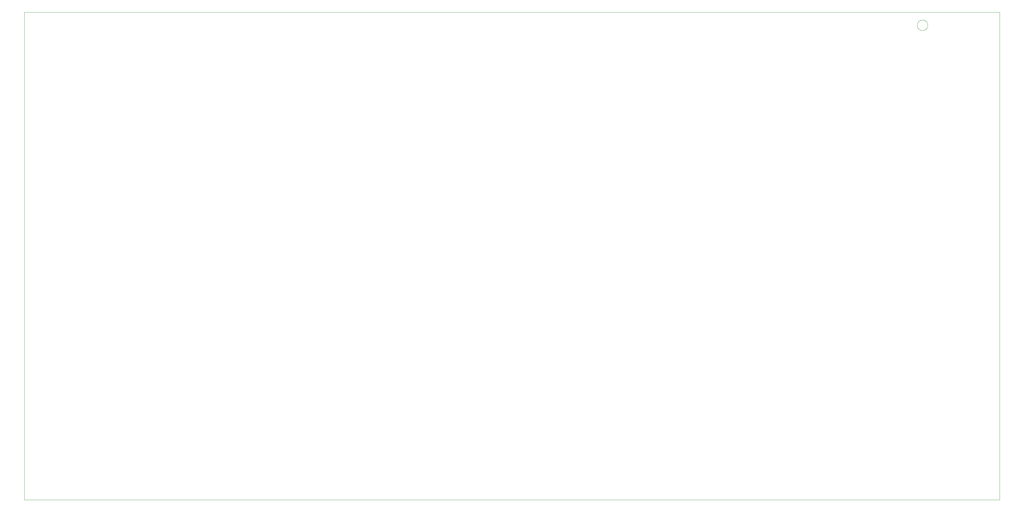
<source format=gko>
G75*
%MOIN*%
%OFA0B0*%
%FSLAX25Y25*%
%IPPOS*%
%LPD*%
%AMOC8*
5,1,8,0,0,1.08239X$1,22.5*
%
%ADD10C,0.00000*%
D10*
X0011300Y0016300D02*
X0011300Y0616300D01*
X1211300Y0616300D01*
X1211300Y0016300D01*
X0011300Y0016300D01*
X1109800Y0600300D02*
X1109802Y0600461D01*
X1109808Y0600621D01*
X1109818Y0600782D01*
X1109832Y0600942D01*
X1109850Y0601102D01*
X1109871Y0601261D01*
X1109897Y0601420D01*
X1109927Y0601578D01*
X1109960Y0601735D01*
X1109998Y0601892D01*
X1110039Y0602047D01*
X1110084Y0602201D01*
X1110133Y0602354D01*
X1110186Y0602506D01*
X1110242Y0602657D01*
X1110303Y0602806D01*
X1110366Y0602954D01*
X1110434Y0603100D01*
X1110505Y0603244D01*
X1110579Y0603386D01*
X1110657Y0603527D01*
X1110739Y0603665D01*
X1110824Y0603802D01*
X1110912Y0603936D01*
X1111004Y0604068D01*
X1111099Y0604198D01*
X1111197Y0604326D01*
X1111298Y0604451D01*
X1111402Y0604573D01*
X1111509Y0604693D01*
X1111619Y0604810D01*
X1111732Y0604925D01*
X1111848Y0605036D01*
X1111967Y0605145D01*
X1112088Y0605250D01*
X1112212Y0605353D01*
X1112338Y0605453D01*
X1112466Y0605549D01*
X1112597Y0605642D01*
X1112731Y0605732D01*
X1112866Y0605819D01*
X1113004Y0605902D01*
X1113143Y0605982D01*
X1113285Y0606058D01*
X1113428Y0606131D01*
X1113573Y0606200D01*
X1113720Y0606266D01*
X1113868Y0606328D01*
X1114018Y0606386D01*
X1114169Y0606441D01*
X1114322Y0606492D01*
X1114476Y0606539D01*
X1114631Y0606582D01*
X1114787Y0606621D01*
X1114943Y0606657D01*
X1115101Y0606688D01*
X1115259Y0606716D01*
X1115418Y0606740D01*
X1115578Y0606760D01*
X1115738Y0606776D01*
X1115898Y0606788D01*
X1116059Y0606796D01*
X1116220Y0606800D01*
X1116380Y0606800D01*
X1116541Y0606796D01*
X1116702Y0606788D01*
X1116862Y0606776D01*
X1117022Y0606760D01*
X1117182Y0606740D01*
X1117341Y0606716D01*
X1117499Y0606688D01*
X1117657Y0606657D01*
X1117813Y0606621D01*
X1117969Y0606582D01*
X1118124Y0606539D01*
X1118278Y0606492D01*
X1118431Y0606441D01*
X1118582Y0606386D01*
X1118732Y0606328D01*
X1118880Y0606266D01*
X1119027Y0606200D01*
X1119172Y0606131D01*
X1119315Y0606058D01*
X1119457Y0605982D01*
X1119596Y0605902D01*
X1119734Y0605819D01*
X1119869Y0605732D01*
X1120003Y0605642D01*
X1120134Y0605549D01*
X1120262Y0605453D01*
X1120388Y0605353D01*
X1120512Y0605250D01*
X1120633Y0605145D01*
X1120752Y0605036D01*
X1120868Y0604925D01*
X1120981Y0604810D01*
X1121091Y0604693D01*
X1121198Y0604573D01*
X1121302Y0604451D01*
X1121403Y0604326D01*
X1121501Y0604198D01*
X1121596Y0604068D01*
X1121688Y0603936D01*
X1121776Y0603802D01*
X1121861Y0603665D01*
X1121943Y0603527D01*
X1122021Y0603386D01*
X1122095Y0603244D01*
X1122166Y0603100D01*
X1122234Y0602954D01*
X1122297Y0602806D01*
X1122358Y0602657D01*
X1122414Y0602506D01*
X1122467Y0602354D01*
X1122516Y0602201D01*
X1122561Y0602047D01*
X1122602Y0601892D01*
X1122640Y0601735D01*
X1122673Y0601578D01*
X1122703Y0601420D01*
X1122729Y0601261D01*
X1122750Y0601102D01*
X1122768Y0600942D01*
X1122782Y0600782D01*
X1122792Y0600621D01*
X1122798Y0600461D01*
X1122800Y0600300D01*
X1122798Y0600139D01*
X1122792Y0599979D01*
X1122782Y0599818D01*
X1122768Y0599658D01*
X1122750Y0599498D01*
X1122729Y0599339D01*
X1122703Y0599180D01*
X1122673Y0599022D01*
X1122640Y0598865D01*
X1122602Y0598708D01*
X1122561Y0598553D01*
X1122516Y0598399D01*
X1122467Y0598246D01*
X1122414Y0598094D01*
X1122358Y0597943D01*
X1122297Y0597794D01*
X1122234Y0597646D01*
X1122166Y0597500D01*
X1122095Y0597356D01*
X1122021Y0597214D01*
X1121943Y0597073D01*
X1121861Y0596935D01*
X1121776Y0596798D01*
X1121688Y0596664D01*
X1121596Y0596532D01*
X1121501Y0596402D01*
X1121403Y0596274D01*
X1121302Y0596149D01*
X1121198Y0596027D01*
X1121091Y0595907D01*
X1120981Y0595790D01*
X1120868Y0595675D01*
X1120752Y0595564D01*
X1120633Y0595455D01*
X1120512Y0595350D01*
X1120388Y0595247D01*
X1120262Y0595147D01*
X1120134Y0595051D01*
X1120003Y0594958D01*
X1119869Y0594868D01*
X1119734Y0594781D01*
X1119596Y0594698D01*
X1119457Y0594618D01*
X1119315Y0594542D01*
X1119172Y0594469D01*
X1119027Y0594400D01*
X1118880Y0594334D01*
X1118732Y0594272D01*
X1118582Y0594214D01*
X1118431Y0594159D01*
X1118278Y0594108D01*
X1118124Y0594061D01*
X1117969Y0594018D01*
X1117813Y0593979D01*
X1117657Y0593943D01*
X1117499Y0593912D01*
X1117341Y0593884D01*
X1117182Y0593860D01*
X1117022Y0593840D01*
X1116862Y0593824D01*
X1116702Y0593812D01*
X1116541Y0593804D01*
X1116380Y0593800D01*
X1116220Y0593800D01*
X1116059Y0593804D01*
X1115898Y0593812D01*
X1115738Y0593824D01*
X1115578Y0593840D01*
X1115418Y0593860D01*
X1115259Y0593884D01*
X1115101Y0593912D01*
X1114943Y0593943D01*
X1114787Y0593979D01*
X1114631Y0594018D01*
X1114476Y0594061D01*
X1114322Y0594108D01*
X1114169Y0594159D01*
X1114018Y0594214D01*
X1113868Y0594272D01*
X1113720Y0594334D01*
X1113573Y0594400D01*
X1113428Y0594469D01*
X1113285Y0594542D01*
X1113143Y0594618D01*
X1113004Y0594698D01*
X1112866Y0594781D01*
X1112731Y0594868D01*
X1112597Y0594958D01*
X1112466Y0595051D01*
X1112338Y0595147D01*
X1112212Y0595247D01*
X1112088Y0595350D01*
X1111967Y0595455D01*
X1111848Y0595564D01*
X1111732Y0595675D01*
X1111619Y0595790D01*
X1111509Y0595907D01*
X1111402Y0596027D01*
X1111298Y0596149D01*
X1111197Y0596274D01*
X1111099Y0596402D01*
X1111004Y0596532D01*
X1110912Y0596664D01*
X1110824Y0596798D01*
X1110739Y0596935D01*
X1110657Y0597073D01*
X1110579Y0597214D01*
X1110505Y0597356D01*
X1110434Y0597500D01*
X1110366Y0597646D01*
X1110303Y0597794D01*
X1110242Y0597943D01*
X1110186Y0598094D01*
X1110133Y0598246D01*
X1110084Y0598399D01*
X1110039Y0598553D01*
X1109998Y0598708D01*
X1109960Y0598865D01*
X1109927Y0599022D01*
X1109897Y0599180D01*
X1109871Y0599339D01*
X1109850Y0599498D01*
X1109832Y0599658D01*
X1109818Y0599818D01*
X1109808Y0599979D01*
X1109802Y0600139D01*
X1109800Y0600300D01*
M02*

</source>
